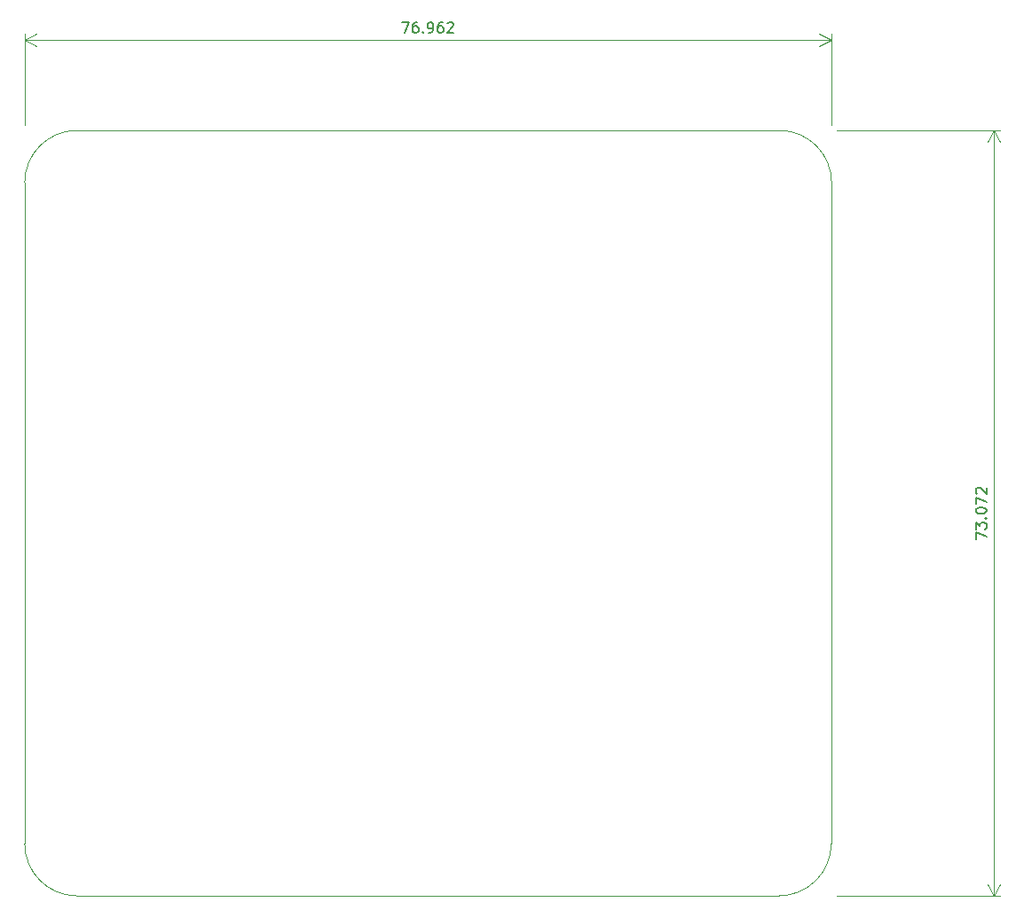
<source format=gbr>
%TF.GenerationSoftware,KiCad,Pcbnew,9.0.2*%
%TF.CreationDate,2025-06-04T19:58:56+07:00*%
%TF.ProjectId,PDM MOTHERBOARD,50444d20-4d4f-4544-9845-52424f415244,rev?*%
%TF.SameCoordinates,Original*%
%TF.FileFunction,Profile,NP*%
%FSLAX46Y46*%
G04 Gerber Fmt 4.6, Leading zero omitted, Abs format (unit mm)*
G04 Created by KiCad (PCBNEW 9.0.2) date 2025-06-04 19:58:56*
%MOMM*%
%LPD*%
G01*
G04 APERTURE LIST*
%TA.AperFunction,Profile*%
%ADD10C,0.050000*%
%TD*%
%ADD11C,0.150000*%
G04 APERTURE END LIST*
D10*
X77898000Y-15494000D02*
X144898000Y-15494000D01*
X77898000Y-88566000D02*
X144860000Y-88566000D01*
X149860000Y-83566000D02*
G75*
G02*
X144860000Y-88566000I-5000000J0D01*
G01*
X72898000Y-83566000D02*
X72898000Y-20494000D01*
X149897999Y-20513101D02*
X149860000Y-83566000D01*
X144898000Y-15493964D02*
G75*
G02*
X149898000Y-20513101I0J-5000036D01*
G01*
X77898000Y-88566000D02*
G75*
G02*
X72898000Y-83566000I0J5000000D01*
G01*
X72898000Y-20494000D02*
G75*
G02*
X77898000Y-15494000I5000000J0D01*
G01*
D11*
X108902810Y-5162819D02*
X109569476Y-5162819D01*
X109569476Y-5162819D02*
X109140905Y-6162819D01*
X110379000Y-5162819D02*
X110188524Y-5162819D01*
X110188524Y-5162819D02*
X110093286Y-5210438D01*
X110093286Y-5210438D02*
X110045667Y-5258057D01*
X110045667Y-5258057D02*
X109950429Y-5400914D01*
X109950429Y-5400914D02*
X109902810Y-5591390D01*
X109902810Y-5591390D02*
X109902810Y-5972342D01*
X109902810Y-5972342D02*
X109950429Y-6067580D01*
X109950429Y-6067580D02*
X109998048Y-6115200D01*
X109998048Y-6115200D02*
X110093286Y-6162819D01*
X110093286Y-6162819D02*
X110283762Y-6162819D01*
X110283762Y-6162819D02*
X110379000Y-6115200D01*
X110379000Y-6115200D02*
X110426619Y-6067580D01*
X110426619Y-6067580D02*
X110474238Y-5972342D01*
X110474238Y-5972342D02*
X110474238Y-5734247D01*
X110474238Y-5734247D02*
X110426619Y-5639009D01*
X110426619Y-5639009D02*
X110379000Y-5591390D01*
X110379000Y-5591390D02*
X110283762Y-5543771D01*
X110283762Y-5543771D02*
X110093286Y-5543771D01*
X110093286Y-5543771D02*
X109998048Y-5591390D01*
X109998048Y-5591390D02*
X109950429Y-5639009D01*
X109950429Y-5639009D02*
X109902810Y-5734247D01*
X110902810Y-6067580D02*
X110950429Y-6115200D01*
X110950429Y-6115200D02*
X110902810Y-6162819D01*
X110902810Y-6162819D02*
X110855191Y-6115200D01*
X110855191Y-6115200D02*
X110902810Y-6067580D01*
X110902810Y-6067580D02*
X110902810Y-6162819D01*
X111426619Y-6162819D02*
X111617095Y-6162819D01*
X111617095Y-6162819D02*
X111712333Y-6115200D01*
X111712333Y-6115200D02*
X111759952Y-6067580D01*
X111759952Y-6067580D02*
X111855190Y-5924723D01*
X111855190Y-5924723D02*
X111902809Y-5734247D01*
X111902809Y-5734247D02*
X111902809Y-5353295D01*
X111902809Y-5353295D02*
X111855190Y-5258057D01*
X111855190Y-5258057D02*
X111807571Y-5210438D01*
X111807571Y-5210438D02*
X111712333Y-5162819D01*
X111712333Y-5162819D02*
X111521857Y-5162819D01*
X111521857Y-5162819D02*
X111426619Y-5210438D01*
X111426619Y-5210438D02*
X111379000Y-5258057D01*
X111379000Y-5258057D02*
X111331381Y-5353295D01*
X111331381Y-5353295D02*
X111331381Y-5591390D01*
X111331381Y-5591390D02*
X111379000Y-5686628D01*
X111379000Y-5686628D02*
X111426619Y-5734247D01*
X111426619Y-5734247D02*
X111521857Y-5781866D01*
X111521857Y-5781866D02*
X111712333Y-5781866D01*
X111712333Y-5781866D02*
X111807571Y-5734247D01*
X111807571Y-5734247D02*
X111855190Y-5686628D01*
X111855190Y-5686628D02*
X111902809Y-5591390D01*
X112759952Y-5162819D02*
X112569476Y-5162819D01*
X112569476Y-5162819D02*
X112474238Y-5210438D01*
X112474238Y-5210438D02*
X112426619Y-5258057D01*
X112426619Y-5258057D02*
X112331381Y-5400914D01*
X112331381Y-5400914D02*
X112283762Y-5591390D01*
X112283762Y-5591390D02*
X112283762Y-5972342D01*
X112283762Y-5972342D02*
X112331381Y-6067580D01*
X112331381Y-6067580D02*
X112379000Y-6115200D01*
X112379000Y-6115200D02*
X112474238Y-6162819D01*
X112474238Y-6162819D02*
X112664714Y-6162819D01*
X112664714Y-6162819D02*
X112759952Y-6115200D01*
X112759952Y-6115200D02*
X112807571Y-6067580D01*
X112807571Y-6067580D02*
X112855190Y-5972342D01*
X112855190Y-5972342D02*
X112855190Y-5734247D01*
X112855190Y-5734247D02*
X112807571Y-5639009D01*
X112807571Y-5639009D02*
X112759952Y-5591390D01*
X112759952Y-5591390D02*
X112664714Y-5543771D01*
X112664714Y-5543771D02*
X112474238Y-5543771D01*
X112474238Y-5543771D02*
X112379000Y-5591390D01*
X112379000Y-5591390D02*
X112331381Y-5639009D01*
X112331381Y-5639009D02*
X112283762Y-5734247D01*
X113236143Y-5258057D02*
X113283762Y-5210438D01*
X113283762Y-5210438D02*
X113379000Y-5162819D01*
X113379000Y-5162819D02*
X113617095Y-5162819D01*
X113617095Y-5162819D02*
X113712333Y-5210438D01*
X113712333Y-5210438D02*
X113759952Y-5258057D01*
X113759952Y-5258057D02*
X113807571Y-5353295D01*
X113807571Y-5353295D02*
X113807571Y-5448533D01*
X113807571Y-5448533D02*
X113759952Y-5591390D01*
X113759952Y-5591390D02*
X113188524Y-6162819D01*
X113188524Y-6162819D02*
X113807571Y-6162819D01*
D10*
X72898000Y-14994000D02*
X72898000Y-6271580D01*
X149860000Y-6271580D02*
X149860000Y-14994000D01*
X72898000Y-6858000D02*
X149860000Y-6858000D01*
X72898000Y-6858000D02*
X74024504Y-6271579D01*
X72898000Y-6858000D02*
X74024504Y-7444421D01*
X149860000Y-6858000D02*
X148733496Y-7444421D01*
X149860000Y-6858000D02*
X148733496Y-6271579D01*
D11*
X163658819Y-54506189D02*
X163658819Y-53839523D01*
X163658819Y-53839523D02*
X164658819Y-54268094D01*
X163658819Y-53553808D02*
X163658819Y-52934761D01*
X163658819Y-52934761D02*
X164039771Y-53268094D01*
X164039771Y-53268094D02*
X164039771Y-53125237D01*
X164039771Y-53125237D02*
X164087390Y-53029999D01*
X164087390Y-53029999D02*
X164135009Y-52982380D01*
X164135009Y-52982380D02*
X164230247Y-52934761D01*
X164230247Y-52934761D02*
X164468342Y-52934761D01*
X164468342Y-52934761D02*
X164563580Y-52982380D01*
X164563580Y-52982380D02*
X164611200Y-53029999D01*
X164611200Y-53029999D02*
X164658819Y-53125237D01*
X164658819Y-53125237D02*
X164658819Y-53410951D01*
X164658819Y-53410951D02*
X164611200Y-53506189D01*
X164611200Y-53506189D02*
X164563580Y-53553808D01*
X164563580Y-52506189D02*
X164611200Y-52458570D01*
X164611200Y-52458570D02*
X164658819Y-52506189D01*
X164658819Y-52506189D02*
X164611200Y-52553808D01*
X164611200Y-52553808D02*
X164563580Y-52506189D01*
X164563580Y-52506189D02*
X164658819Y-52506189D01*
X163658819Y-51839523D02*
X163658819Y-51744285D01*
X163658819Y-51744285D02*
X163706438Y-51649047D01*
X163706438Y-51649047D02*
X163754057Y-51601428D01*
X163754057Y-51601428D02*
X163849295Y-51553809D01*
X163849295Y-51553809D02*
X164039771Y-51506190D01*
X164039771Y-51506190D02*
X164277866Y-51506190D01*
X164277866Y-51506190D02*
X164468342Y-51553809D01*
X164468342Y-51553809D02*
X164563580Y-51601428D01*
X164563580Y-51601428D02*
X164611200Y-51649047D01*
X164611200Y-51649047D02*
X164658819Y-51744285D01*
X164658819Y-51744285D02*
X164658819Y-51839523D01*
X164658819Y-51839523D02*
X164611200Y-51934761D01*
X164611200Y-51934761D02*
X164563580Y-51982380D01*
X164563580Y-51982380D02*
X164468342Y-52029999D01*
X164468342Y-52029999D02*
X164277866Y-52077618D01*
X164277866Y-52077618D02*
X164039771Y-52077618D01*
X164039771Y-52077618D02*
X163849295Y-52029999D01*
X163849295Y-52029999D02*
X163754057Y-51982380D01*
X163754057Y-51982380D02*
X163706438Y-51934761D01*
X163706438Y-51934761D02*
X163658819Y-51839523D01*
X163658819Y-51172856D02*
X163658819Y-50506190D01*
X163658819Y-50506190D02*
X164658819Y-50934761D01*
X163754057Y-50172856D02*
X163706438Y-50125237D01*
X163706438Y-50125237D02*
X163658819Y-50029999D01*
X163658819Y-50029999D02*
X163658819Y-49791904D01*
X163658819Y-49791904D02*
X163706438Y-49696666D01*
X163706438Y-49696666D02*
X163754057Y-49649047D01*
X163754057Y-49649047D02*
X163849295Y-49601428D01*
X163849295Y-49601428D02*
X163944533Y-49601428D01*
X163944533Y-49601428D02*
X164087390Y-49649047D01*
X164087390Y-49649047D02*
X164658819Y-50220475D01*
X164658819Y-50220475D02*
X164658819Y-49601428D01*
D10*
X150360000Y-15494000D02*
X165940420Y-15494000D01*
X165940420Y-88566000D02*
X150360000Y-88566000D01*
X165354000Y-15494000D02*
X165354000Y-88566000D01*
X165354000Y-15494000D02*
X165940421Y-16620504D01*
X165354000Y-15494000D02*
X164767579Y-16620504D01*
X165354000Y-88566000D02*
X164767579Y-87439496D01*
X165354000Y-88566000D02*
X165940421Y-87439496D01*
M02*

</source>
